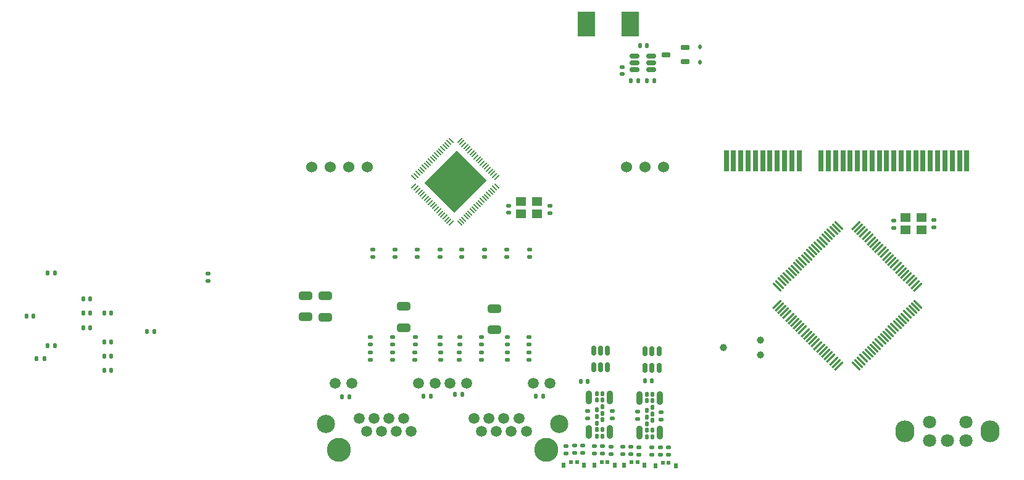
<source format=gbr>
%TF.GenerationSoftware,KiCad,Pcbnew,8.0.1*%
%TF.CreationDate,2024-05-07T15:17:13+02:00*%
%TF.ProjectId,WCH-Eth-Base,5743482d-4574-4682-9d42-6173652e6b69,rev?*%
%TF.SameCoordinates,Original*%
%TF.FileFunction,Soldermask,Bot*%
%TF.FilePolarity,Negative*%
%FSLAX46Y46*%
G04 Gerber Fmt 4.6, Leading zero omitted, Abs format (unit mm)*
G04 Created by KiCad (PCBNEW 8.0.1) date 2024-05-07 15:17:13*
%MOMM*%
%LPD*%
G01*
G04 APERTURE LIST*
G04 Aperture macros list*
%AMRoundRect*
0 Rectangle with rounded corners*
0 $1 Rounding radius*
0 $2 $3 $4 $5 $6 $7 $8 $9 X,Y pos of 4 corners*
0 Add a 4 corners polygon primitive as box body*
4,1,4,$2,$3,$4,$5,$6,$7,$8,$9,$2,$3,0*
0 Add four circle primitives for the rounded corners*
1,1,$1+$1,$2,$3*
1,1,$1+$1,$4,$5*
1,1,$1+$1,$6,$7*
1,1,$1+$1,$8,$9*
0 Add four rect primitives between the rounded corners*
20,1,$1+$1,$2,$3,$4,$5,0*
20,1,$1+$1,$4,$5,$6,$7,0*
20,1,$1+$1,$6,$7,$8,$9,0*
20,1,$1+$1,$8,$9,$2,$3,0*%
%AMRotRect*
0 Rectangle, with rotation*
0 The origin of the aperture is its center*
0 $1 length*
0 $2 width*
0 $3 Rotation angle, in degrees counterclockwise*
0 Add horizontal line*
21,1,$1,$2,0,0,$3*%
G04 Aperture macros list end*
%ADD10C,3.300000*%
%ADD11C,1.520000*%
%ADD12C,2.500000*%
%ADD13O,0.550000X0.700000*%
%ADD14O,0.900000X1.900000*%
%ADD15C,0.990600*%
%ADD16O,2.600000X3.000000*%
%ADD17C,1.800000*%
%ADD18R,0.700000X3.000000*%
%ADD19C,1.524000*%
%ADD20RoundRect,0.140000X0.140000X0.170000X-0.140000X0.170000X-0.140000X-0.170000X0.140000X-0.170000X0*%
%ADD21RoundRect,0.140000X0.170000X-0.140000X0.170000X0.140000X-0.170000X0.140000X-0.170000X-0.140000X0*%
%ADD22RoundRect,0.135000X-0.185000X0.135000X-0.185000X-0.135000X0.185000X-0.135000X0.185000X0.135000X0*%
%ADD23RoundRect,0.135000X0.135000X0.185000X-0.135000X0.185000X-0.135000X-0.185000X0.135000X-0.185000X0*%
%ADD24RoundRect,0.135000X0.185000X-0.135000X0.185000X0.135000X-0.185000X0.135000X-0.185000X-0.135000X0*%
%ADD25R,0.550000X0.800000*%
%ADD26R,0.500000X0.500000*%
%ADD27R,1.400000X1.200000*%
%ADD28RoundRect,0.150000X-0.150000X0.512500X-0.150000X-0.512500X0.150000X-0.512500X0.150000X0.512500X0*%
%ADD29RoundRect,0.150000X0.512500X0.150000X-0.512500X0.150000X-0.512500X-0.150000X0.512500X-0.150000X0*%
%ADD30RoundRect,0.250000X0.650000X-0.325000X0.650000X0.325000X-0.650000X0.325000X-0.650000X-0.325000X0*%
%ADD31R,2.350000X3.500000*%
%ADD32RoundRect,0.140000X-0.170000X0.140000X-0.170000X-0.140000X0.170000X-0.140000X0.170000X0.140000X0*%
%ADD33RoundRect,0.075000X0.459619X0.565685X-0.565685X-0.459619X-0.459619X-0.565685X0.565685X0.459619X0*%
%ADD34RoundRect,0.075000X-0.459619X0.565685X-0.565685X0.459619X0.459619X-0.565685X0.565685X-0.459619X0*%
%ADD35RoundRect,0.162500X0.447500X0.162500X-0.447500X0.162500X-0.447500X-0.162500X0.447500X-0.162500X0*%
%ADD36RoundRect,0.112500X0.112500X-0.187500X0.112500X0.187500X-0.112500X0.187500X-0.112500X-0.187500X0*%
%ADD37RoundRect,0.150000X0.150000X-0.512500X0.150000X0.512500X-0.150000X0.512500X-0.150000X-0.512500X0*%
%ADD38RoundRect,0.050000X0.309359X-0.238649X-0.238649X0.309359X-0.309359X0.238649X0.238649X-0.309359X0*%
%ADD39RoundRect,0.050000X0.309359X0.238649X0.238649X0.309359X-0.309359X-0.238649X-0.238649X-0.309359X0*%
%ADD40RotRect,5.810000X6.310000X135.000000*%
G04 APERTURE END LIST*
D10*
%TO.C,RJ1*%
X6755800Y2752800D03*
X35255800Y2752800D03*
D11*
X16675800Y5292800D03*
X15655800Y7082800D03*
X14635800Y5292800D03*
X13615800Y7082800D03*
X12595800Y5292800D03*
X11575800Y7082800D03*
X10555800Y5292800D03*
X9535800Y7082800D03*
X19965800Y11892800D03*
X17675800Y11892800D03*
X8535800Y11892800D03*
X6245800Y11892800D03*
X32475800Y5292800D03*
X31455800Y7082800D03*
X30435800Y5292800D03*
X29415800Y7082800D03*
X28395800Y5292800D03*
X27375800Y7082800D03*
X26355800Y5292800D03*
X25335800Y7082800D03*
X35765800Y11892800D03*
X33475800Y11892800D03*
X24335800Y11892800D03*
X22045800Y11892800D03*
D12*
X5005800Y6322800D03*
X37005800Y6322800D03*
%TD*%
D13*
%TO.C,J4*%
X49034000Y4510800D03*
X49034000Y5410800D03*
X49034000Y6320800D03*
X49034000Y7220800D03*
X49034000Y8120800D03*
X49034000Y9470800D03*
X49034000Y10370800D03*
X49784000Y10370800D03*
X49784000Y9470800D03*
X49784000Y8570800D03*
X49784000Y7670800D03*
X49784000Y6760800D03*
X49784000Y5410800D03*
X49784000Y4510800D03*
D14*
X50834000Y9870800D03*
X50834000Y5070800D03*
X47974000Y9870800D03*
X47974000Y5070800D03*
%TD*%
D15*
%TO.C,J6*%
X59486800Y16814800D03*
X64566800Y17830800D03*
X64566800Y15798800D03*
%TD*%
D13*
%TO.C,J5*%
X42150600Y4601400D03*
X42150600Y5501400D03*
X42150600Y6411400D03*
X42150600Y7311400D03*
X42150600Y8211400D03*
X42150600Y9561400D03*
X42150600Y10461400D03*
X42900600Y10461400D03*
X42900600Y9561400D03*
X42900600Y8661400D03*
X42900600Y7761400D03*
X42900600Y6851400D03*
X42900600Y5501400D03*
X42900600Y4601400D03*
D14*
X43950600Y9961400D03*
X43950600Y5161400D03*
X41090600Y9961400D03*
X41090600Y5161400D03*
%TD*%
D16*
%TO.C,SW3*%
X96121600Y5258000D03*
X84421600Y5258000D03*
D17*
X87771600Y4008000D03*
X92771600Y4008000D03*
X90271600Y4008000D03*
X87771600Y6508000D03*
X92771600Y6508000D03*
%TD*%
D18*
%TO.C,J1*%
X59906600Y42400000D03*
X60906600Y42400000D03*
X61906600Y42400000D03*
X62906600Y42400000D03*
X63906600Y42400000D03*
X64906600Y42400000D03*
X65906600Y42400000D03*
X66906600Y42400000D03*
X67906600Y42400000D03*
X68906600Y42400000D03*
X69906600Y42400000D03*
X72906600Y42400000D03*
X73906600Y42400000D03*
X74906600Y42400000D03*
X75906600Y42400000D03*
X76906600Y42400000D03*
X77906600Y42400000D03*
X78906600Y42400000D03*
X79906600Y42400000D03*
X80906600Y42400000D03*
X81906600Y42400000D03*
X82906600Y42400000D03*
X83906600Y42400000D03*
X84906600Y42400000D03*
X85906600Y42400000D03*
X86906600Y42400000D03*
X87906600Y42400000D03*
X88906600Y42400000D03*
X89906600Y42400000D03*
X90906600Y42400000D03*
X91906600Y42400000D03*
X92906600Y42400000D03*
%TD*%
D19*
%TO.C,U4*%
X3033400Y41630600D03*
X5573400Y41630600D03*
X8113400Y41630600D03*
X10653400Y41630600D03*
X46253400Y41630600D03*
X48793400Y41630600D03*
X51333400Y41630600D03*
%TD*%
D20*
%TO.C,C5*%
X-24437400Y15595600D03*
X-25397400Y15595600D03*
%TD*%
D21*
%TO.C,C23*%
X17221200Y15118200D03*
X17221200Y16078200D03*
%TD*%
D22*
%TO.C,R29*%
X26771600Y30228000D03*
X26771600Y29208000D03*
%TD*%
D21*
%TO.C,C21*%
X14122400Y15118200D03*
X14122400Y16078200D03*
%TD*%
%TO.C,C25*%
X23317200Y15118200D03*
X23317200Y16078200D03*
%TD*%
D23*
%TO.C,R43*%
X23674800Y10312400D03*
X22654800Y10312400D03*
%TD*%
D20*
%TO.C,C11*%
X40914200Y12141200D03*
X39954200Y12141200D03*
%TD*%
D24*
%TO.C,R18*%
X-11150600Y25908000D03*
X-11150600Y26928000D03*
%TD*%
D25*
%TO.C,D13*%
X40414400Y629947D03*
X37614400Y629947D03*
D26*
X38614400Y1029947D03*
X39414400Y1029947D03*
%TD*%
D27*
%TO.C,Y2*%
X33985200Y35128200D03*
X31785200Y35128200D03*
X31785200Y36828200D03*
X33985200Y36828200D03*
%TD*%
D28*
%TO.C,U3*%
X41696600Y16326700D03*
X42646600Y16326700D03*
X43596600Y16326700D03*
X43596600Y14051700D03*
X42646600Y14051700D03*
X41696600Y14051700D03*
%TD*%
D25*
%TO.C,D1*%
X44605400Y655347D03*
X41805400Y655347D03*
D26*
X42805400Y1055347D03*
X43605400Y1055347D03*
%TD*%
D24*
%TO.C,R3*%
X44119800Y2157000D03*
X44119800Y3177000D03*
%TD*%
D23*
%TO.C,R20*%
X50014600Y53441600D03*
X48994600Y53441600D03*
%TD*%
D24*
%TO.C,R33*%
X14097000Y17219200D03*
X14097000Y18239200D03*
%TD*%
%TO.C,R32*%
X11074400Y17219200D03*
X11074400Y18239200D03*
%TD*%
D29*
%TO.C,IC3*%
X49580800Y56840200D03*
X49580800Y55890200D03*
X49580800Y54940200D03*
X47305800Y54940200D03*
X47305800Y55890200D03*
X47305800Y56840200D03*
%TD*%
D21*
%TO.C,C29*%
X32842200Y15118200D03*
X32842200Y16078200D03*
%TD*%
D22*
%TO.C,R25*%
X14478000Y30228000D03*
X14478000Y29208000D03*
%TD*%
D24*
%TO.C,R2*%
X42951400Y2182400D03*
X42951400Y3202400D03*
%TD*%
D22*
%TO.C,R28*%
X23647400Y30228000D03*
X23647400Y29208000D03*
%TD*%
D30*
%TO.C,C30*%
X4902200Y20953200D03*
X4902200Y23903200D03*
%TD*%
D31*
%TO.C,L1*%
X46763800Y61239400D03*
X40713800Y61239400D03*
%TD*%
D23*
%TO.C,R44*%
X34800000Y10109200D03*
X33780000Y10109200D03*
%TD*%
D24*
%TO.C,R37*%
X26339800Y17219200D03*
X26339800Y18239200D03*
%TD*%
D30*
%TO.C,C22*%
X15646400Y19530800D03*
X15646400Y22480800D03*
%TD*%
D23*
%TO.C,R11*%
X-32205200Y26993400D03*
X-33225200Y26993400D03*
%TD*%
D21*
%TO.C,C26*%
X26339800Y15118200D03*
X26339800Y16078200D03*
%TD*%
D32*
%TO.C,C3*%
X88399800Y34273800D03*
X88399800Y33313800D03*
%TD*%
D24*
%TO.C,R34*%
X17246600Y17219200D03*
X17246600Y18239200D03*
%TD*%
D23*
%TO.C,R16*%
X-32205200Y17043400D03*
X-33225200Y17043400D03*
%TD*%
D24*
%TO.C,R5*%
X46837600Y2106200D03*
X46837600Y3126200D03*
%TD*%
%TO.C,R35*%
X20675600Y17219200D03*
X20675600Y18239200D03*
%TD*%
D23*
%TO.C,R8*%
X-18557400Y19025600D03*
X-19577400Y19025600D03*
%TD*%
D24*
%TO.C,R9*%
X50901600Y2082800D03*
X50901600Y3102800D03*
%TD*%
D20*
%TO.C,C9*%
X-27307400Y19535600D03*
X-28267400Y19535600D03*
%TD*%
D21*
%TO.C,C20*%
X11099800Y15118200D03*
X11099800Y16078200D03*
%TD*%
D22*
%TO.C,R14*%
X40868600Y8053800D03*
X40868600Y7033800D03*
%TD*%
%TO.C,R24*%
X11455400Y30228000D03*
X11455400Y29208000D03*
%TD*%
D25*
%TO.C,D2*%
X48720200Y629947D03*
X45920200Y629947D03*
D26*
X46920200Y1029947D03*
X47720200Y1029947D03*
%TD*%
D20*
%TO.C,C17*%
X-35125200Y21113400D03*
X-36085200Y21113400D03*
%TD*%
D24*
%TO.C,R1*%
X41808400Y2182400D03*
X41808400Y3202400D03*
%TD*%
%TO.C,R10*%
X52019200Y2057400D03*
X52019200Y3077400D03*
%TD*%
D22*
%TO.C,R12*%
X47777400Y8003000D03*
X47777400Y6983000D03*
%TD*%
D24*
%TO.C,R39*%
X32842200Y17219200D03*
X32842200Y18239200D03*
%TD*%
D30*
%TO.C,R40*%
X2209800Y20978600D03*
X2209800Y23928600D03*
%TD*%
D22*
%TO.C,R27*%
X20650200Y30228000D03*
X20650200Y29208000D03*
%TD*%
D24*
%TO.C,R38*%
X29921200Y17219200D03*
X29921200Y18239200D03*
%TD*%
D33*
%TO.C,U1*%
X77710404Y33588485D03*
X78063957Y33234932D03*
X78417511Y32881378D03*
X78771064Y32527825D03*
X79124617Y32174272D03*
X79478171Y31820718D03*
X79831724Y31467165D03*
X80185278Y31113611D03*
X80538831Y30760058D03*
X80892384Y30406505D03*
X81245938Y30052951D03*
X81599491Y29699398D03*
X81953045Y29345845D03*
X82306598Y28992291D03*
X82660151Y28638738D03*
X83013705Y28285184D03*
X83367258Y27931631D03*
X83720811Y27578078D03*
X84074365Y27224524D03*
X84427918Y26870971D03*
X84781472Y26517417D03*
X85135025Y26163864D03*
X85488578Y25810311D03*
X85842132Y25456757D03*
X86195685Y25103204D03*
D34*
X86195685Y22734396D03*
X85842132Y22380843D03*
X85488578Y22027289D03*
X85135025Y21673736D03*
X84781472Y21320183D03*
X84427918Y20966629D03*
X84074365Y20613076D03*
X83720811Y20259522D03*
X83367258Y19905969D03*
X83013705Y19552416D03*
X82660151Y19198862D03*
X82306598Y18845309D03*
X81953045Y18491755D03*
X81599491Y18138202D03*
X81245938Y17784649D03*
X80892384Y17431095D03*
X80538831Y17077542D03*
X80185278Y16723989D03*
X79831724Y16370435D03*
X79478171Y16016882D03*
X79124617Y15663328D03*
X78771064Y15309775D03*
X78417511Y14956222D03*
X78063957Y14602668D03*
X77710404Y14249115D03*
D33*
X75341596Y14249115D03*
X74988043Y14602668D03*
X74634489Y14956222D03*
X74280936Y15309775D03*
X73927383Y15663328D03*
X73573829Y16016882D03*
X73220276Y16370435D03*
X72866722Y16723989D03*
X72513169Y17077542D03*
X72159616Y17431095D03*
X71806062Y17784649D03*
X71452509Y18138202D03*
X71098955Y18491755D03*
X70745402Y18845309D03*
X70391849Y19198862D03*
X70038295Y19552416D03*
X69684742Y19905969D03*
X69331189Y20259522D03*
X68977635Y20613076D03*
X68624082Y20966629D03*
X68270528Y21320183D03*
X67916975Y21673736D03*
X67563422Y22027289D03*
X67209868Y22380843D03*
X66856315Y22734396D03*
D34*
X66856315Y25103204D03*
X67209868Y25456757D03*
X67563422Y25810311D03*
X67916975Y26163864D03*
X68270528Y26517417D03*
X68624082Y26870971D03*
X68977635Y27224524D03*
X69331189Y27578078D03*
X69684742Y27931631D03*
X70038295Y28285184D03*
X70391849Y28638738D03*
X70745402Y28992291D03*
X71098955Y29345845D03*
X71452509Y29699398D03*
X71806062Y30052951D03*
X72159616Y30406505D03*
X72513169Y30760058D03*
X72866722Y31113611D03*
X73220276Y31467165D03*
X73573829Y31820718D03*
X73927383Y32174272D03*
X74280936Y32527825D03*
X74634489Y32881378D03*
X74988043Y33234932D03*
X75341596Y33588485D03*
%TD*%
D20*
%TO.C,C4*%
X-24437400Y17565600D03*
X-25397400Y17565600D03*
%TD*%
D21*
%TO.C,C12*%
X35737800Y35283200D03*
X35737800Y36243200D03*
%TD*%
D23*
%TO.C,R19*%
X47830200Y53467000D03*
X46810200Y53467000D03*
%TD*%
D32*
%TO.C,C13*%
X30022800Y36294000D03*
X30022800Y35334000D03*
%TD*%
D24*
%TO.C,R36*%
X23368000Y17219200D03*
X23368000Y18239200D03*
%TD*%
D20*
%TO.C,C7*%
X-27307400Y23475600D03*
X-28267400Y23475600D03*
%TD*%
D30*
%TO.C,C27*%
X28117800Y19200600D03*
X28117800Y22150600D03*
%TD*%
D20*
%TO.C,C16*%
X49042200Y58267600D03*
X48082200Y58267600D03*
%TD*%
D35*
%TO.C,Q1*%
X54305200Y57983200D03*
X54305200Y56083200D03*
X51685200Y57033200D03*
%TD*%
D25*
%TO.C,D3*%
X52987400Y553747D03*
X50187400Y553747D03*
D26*
X51187400Y953747D03*
X51987400Y953747D03*
%TD*%
D36*
%TO.C,D12*%
X56321300Y55995300D03*
X56321300Y58095300D03*
%TD*%
D24*
%TO.C,R13*%
X50927000Y6881400D03*
X50927000Y7901400D03*
%TD*%
D20*
%TO.C,C6*%
X-24437400Y13625600D03*
X-25397400Y13625600D03*
%TD*%
D22*
%TO.C,R31*%
X32943800Y30228000D03*
X32943800Y29208000D03*
%TD*%
D24*
%TO.C,R21*%
X37947600Y2258600D03*
X37947600Y3278600D03*
%TD*%
D23*
%TO.C,R42*%
X19407600Y10058400D03*
X18387600Y10058400D03*
%TD*%
D21*
%TO.C,C28*%
X29870400Y15118200D03*
X29870400Y16078200D03*
%TD*%
D32*
%TO.C,C14*%
X45643800Y55344000D03*
X45643800Y54384000D03*
%TD*%
D23*
%TO.C,R41*%
X8233600Y10007600D03*
X7213600Y10007600D03*
%TD*%
D24*
%TO.C,R7*%
X49733200Y2082800D03*
X49733200Y3102800D03*
%TD*%
%TO.C,R23*%
X40233600Y2284000D03*
X40233600Y3304000D03*
%TD*%
D21*
%TO.C,C24*%
X20701000Y15118200D03*
X20701000Y16078200D03*
%TD*%
D24*
%TO.C,R4*%
X45745400Y2106200D03*
X45745400Y3126200D03*
%TD*%
D20*
%TO.C,C8*%
X-27307400Y21505600D03*
X-28267400Y21505600D03*
%TD*%
D22*
%TO.C,R30*%
X29819600Y30228000D03*
X29819600Y29208000D03*
%TD*%
D24*
%TO.C,R6*%
X47955200Y2080800D03*
X47955200Y3100800D03*
%TD*%
D20*
%TO.C,C10*%
X49730600Y12192000D03*
X48770600Y12192000D03*
%TD*%
D24*
%TO.C,R22*%
X39092600Y2284000D03*
X39092600Y3304000D03*
%TD*%
D20*
%TO.C,C2*%
X-24437400Y21505600D03*
X-25397400Y21505600D03*
%TD*%
D24*
%TO.C,R15*%
X44272200Y7084600D03*
X44272200Y8104600D03*
%TD*%
D37*
%TO.C,U2*%
X50683200Y14000900D03*
X49733200Y14000900D03*
X48783200Y14000900D03*
X48783200Y16275900D03*
X49733200Y16275900D03*
X50683200Y16275900D03*
%TD*%
D38*
%TO.C,IC1*%
X28424373Y38961827D03*
X28141530Y38678984D03*
X27858687Y38396142D03*
X27575845Y38113299D03*
X27293002Y37830456D03*
X27010159Y37547614D03*
X26727316Y37264771D03*
X26444474Y36981928D03*
X26161631Y36699085D03*
X25878788Y36416243D03*
X25595946Y36133400D03*
X25313103Y35850557D03*
X25030260Y35567715D03*
X24747417Y35284872D03*
X24464575Y35002029D03*
X24181732Y34719186D03*
X23898889Y34436344D03*
X23616047Y34153501D03*
X23333204Y33870658D03*
D39*
X22148800Y33870658D03*
X21865957Y34153501D03*
X21583115Y34436344D03*
X21300272Y34719186D03*
X21017429Y35002029D03*
X20734587Y35284872D03*
X20451744Y35567715D03*
X20168901Y35850557D03*
X19886058Y36133400D03*
X19603216Y36416243D03*
X19320373Y36699085D03*
X19037530Y36981928D03*
X18754688Y37264771D03*
X18471845Y37547614D03*
X18189002Y37830456D03*
X17906159Y38113299D03*
X17623317Y38396142D03*
X17340474Y38678984D03*
X17057631Y38961827D03*
D38*
X17057631Y40146231D03*
X17340474Y40429074D03*
X17623317Y40711916D03*
X17906159Y40994759D03*
X18189002Y41277602D03*
X18471845Y41560444D03*
X18754688Y41843287D03*
X19037530Y42126130D03*
X19320373Y42408973D03*
X19603216Y42691815D03*
X19886058Y42974658D03*
X20168901Y43257501D03*
X20451744Y43540343D03*
X20734587Y43823186D03*
X21017429Y44106029D03*
X21300272Y44388872D03*
X21583115Y44671714D03*
X21865957Y44954557D03*
X22148800Y45237400D03*
D39*
X23333204Y45237400D03*
X23616047Y44954557D03*
X23898889Y44671714D03*
X24181732Y44388872D03*
X24464575Y44106029D03*
X24747417Y43823186D03*
X25030260Y43540343D03*
X25313103Y43257501D03*
X25595946Y42974658D03*
X25878788Y42691815D03*
X26161631Y42408973D03*
X26444474Y42126130D03*
X26727316Y41843287D03*
X27010159Y41560444D03*
X27293002Y41277602D03*
X27575845Y40994759D03*
X27858687Y40711916D03*
X28141530Y40429074D03*
X28424373Y40146231D03*
D40*
X22741002Y39554029D03*
%TD*%
D27*
%TO.C,Y1*%
X86723400Y32957400D03*
X84523400Y32957400D03*
X84523400Y34657400D03*
X86723400Y34657400D03*
%TD*%
D23*
%TO.C,R17*%
X-33653000Y15256600D03*
X-34673000Y15256600D03*
%TD*%
D32*
%TO.C,C1*%
X82865200Y34197600D03*
X82865200Y33237600D03*
%TD*%
D22*
%TO.C,R26*%
X17500600Y30228000D03*
X17500600Y29208000D03*
%TD*%
M02*

</source>
